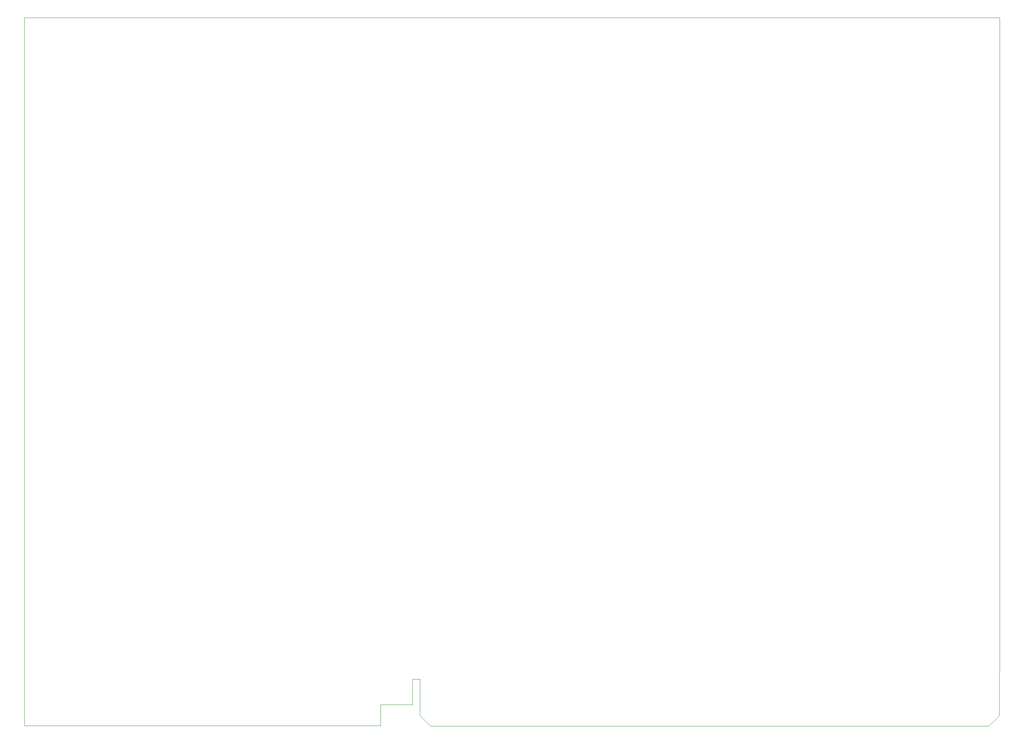
<source format=gbr>
G04 #@! TF.GenerationSoftware,KiCad,Pcbnew,(6.0.4-0)*
G04 #@! TF.CreationDate,2024-04-14T15:43:56+10:00*
G04 #@! TF.ProjectId,educ 8 timing ,65647563-2038-4207-9469-6d696e67202e,rev?*
G04 #@! TF.SameCoordinates,Original*
G04 #@! TF.FileFunction,Profile,NP*
%FSLAX46Y46*%
G04 Gerber Fmt 4.6, Leading zero omitted, Abs format (unit mm)*
G04 Created by KiCad (PCBNEW (6.0.4-0)) date 2024-04-14 15:43:56*
%MOMM*%
%LPD*%
G01*
G04 APERTURE LIST*
G04 #@! TA.AperFunction,Profile*
%ADD10C,0.050000*%
G04 #@! TD*
G04 APERTURE END LIST*
D10*
X20000000Y-160000000D02*
X20000000Y-22100000D01*
X239980000Y-179610000D02*
X240000000Y-160000000D01*
X107500000Y-177100000D02*
X106000000Y-177100000D01*
X109200000Y-171400000D02*
X109200000Y-179600000D01*
X109200000Y-171400000D02*
X107500000Y-171400000D01*
X20000000Y-22100000D02*
X240000000Y-22100000D01*
X20000000Y-181900000D02*
X96200000Y-181900000D01*
X100300000Y-181900000D02*
X100300000Y-177100000D01*
X106000000Y-177100000D02*
X100300000Y-177100000D01*
X107500000Y-171400000D02*
X107500000Y-177100000D01*
X111600000Y-182000000D02*
X109200000Y-179600000D01*
X96200000Y-181900000D02*
X100300000Y-181900000D01*
X240000000Y-22100000D02*
X240000000Y-160000000D01*
X111600000Y-182000000D02*
X237610000Y-182000000D01*
X20000000Y-160000000D02*
X20000000Y-181900000D01*
X239980000Y-179610000D02*
X237610000Y-182000000D01*
M02*

</source>
